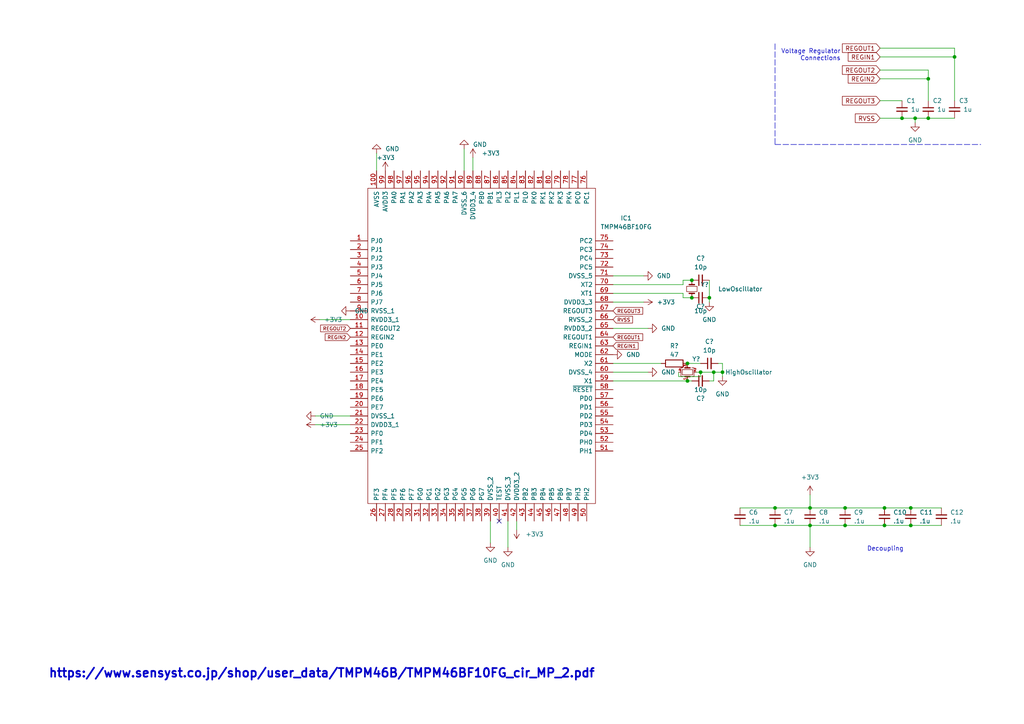
<source format=kicad_sch>
(kicad_sch (version 20211123) (generator eeschema)
  (paper "A4")
  (lib_symbols
    (symbol "Device:C_Small" (pin_numbers hide) (pin_names (offset 0.254) hide)
      (property "Reference" "C" (at 0.254 1.778 0))
      (property "Value" "C_Small" (at 0.254 -2.032 0))
      (symbol "C_Small_0_1"
        (polyline (pts (xy -1.524 -0.508) (xy 1.524 -0.508)) (stroke (width 0.3302)))
        (polyline (pts (xy -1.524 0.508) (xy 1.524 0.508)) (stroke (width 0.3048)))
      )
      (symbol "C_Small_1_1"
        (pin passive line (at 0 2.54 270) (length 2.032) (name "~") (number "1"))
        (pin passive line (at 0 -2.54 90) (length 2.032) (name "~") (number "2"))
      )
    )
    (symbol "Device:Crystal_GND24_Small" (pin_names (offset 1.016) hide)
      (property "Reference" "Y" (at 1.27 4.445 0))
      (property "Value" "Crystal_GND24_Small" (at 1.27 2.54 0))
      (symbol "Crystal_GND24_Small_0_1"
        (rectangle (start -0.762 -1.524) (end 0.762 1.524))
        (polyline (pts (xy -1.27 -0.762) (xy -1.27 0.762)) (stroke (width 0.381)))
        (polyline (pts (xy 1.27 -0.762) (xy 1.27 0.762)) (stroke (width 0.381)))
        (polyline (pts (xy -1.27 -1.27) (xy -1.27 -1.905) (xy 1.27 -1.905) (xy 1.27 -1.27)))
        (polyline (pts (xy -1.27 1.27) (xy -1.27 1.905) (xy 1.27 1.905) (xy 1.27 1.27)))
      )
      (symbol "Crystal_GND24_Small_1_1"
        (pin passive line (at -2.54 0 0) (length 1.27) (name "1") (number "1"))
        (pin passive line (at 0 -2.54 90) (length 0.635) (name "2") (number "2"))
        (pin passive line (at 2.54 0 180) (length 1.27) (name "3") (number "3"))
        (pin passive line (at 0 2.54 270) (length 0.635) (name "4") (number "4"))
      )
    )
    (symbol "Device:Crystal_Small" (pin_numbers hide) (pin_names (offset 1.016) hide)
      (property "Reference" "Y" (at 0 2.54 0))
      (property "Value" "Crystal_Small" (at 0 -2.54 0))
      (symbol "Crystal_Small_0_1"
        (rectangle (start -0.762 -1.524) (end 0.762 1.524))
        (polyline (pts (xy -1.27 -0.762) (xy -1.27 0.762)) (stroke (width 0.381)))
        (polyline (pts (xy 1.27 -0.762) (xy 1.27 0.762)) (stroke (width 0.381)))
      )
      (symbol "Crystal_Small_1_1"
        (pin passive line (at -2.54 0 0) (length 1.27) (name "1") (number "1"))
        (pin passive line (at 2.54 0 180) (length 1.27) (name "2") (number "2"))
      )
    )
    (symbol "Device:R" (pin_numbers hide) (pin_names (offset 0))
      (property "Reference" "R" (at 2.032 0 90))
      (property "Value" "R" (at 0 0 90))
      (symbol "R_0_1"
        (rectangle (start -1.016 -2.54) (end 1.016 2.54) (stroke (width 0.254)))
      )
      (symbol "R_1_1"
        (pin passive line (at 0 3.81 270) (length 1.27) (name "~") (number "1"))
        (pin passive line (at 0 -3.81 90) (length 1.27) (name "~") (number "2"))
      )
    )
    (symbol "MCU_ST_STM32F0:TMPM46BF10FG" (pin_names (offset 0.762))
      (property "Reference" "IC" (at 72.39 20.32 0))
      (property "Value" "TMPM46BF10FG" (at 72.39 17.78 0))
      (symbol "TMPM46BF10FG_0_0"
        (pin passive line (at 0 0 0) (length 5.08) (name "PJ0") (number "1"))
        (pin passive line (at 0 -22.86 0) (length 5.08) (name "RVDD3_1") (number "10"))
        (pin passive line (at 7.62 20.32 270) (length 5.08) (name "AVSS") (number "100"))
        (pin passive line (at 0 -25.4 0) (length 5.08) (name "REGOUT2") (number "11"))
        (pin passive line (at 0 -27.94 0) (length 5.08) (name "REGIN2") (number "12"))
        (pin passive line (at 0 -30.48 0) (length 5.08) (name "PE0") (number "13"))
        (pin passive line (at 0 -33.02 0) (length 5.08) (name "PE1") (number "14"))
        (pin passive line (at 0 -35.56 0) (length 5.08) (name "PE2") (number "15"))
        (pin passive line (at 0 -38.1 0) (length 5.08) (name "PE3") (number "16"))
        (pin passive line (at 0 -40.64 0) (length 5.08) (name "PE4") (number "17"))
        (pin passive line (at 0 -43.18 0) (length 5.08) (name "PE5") (number "18"))
        (pin passive line (at 0 -45.72 0) (length 5.08) (name "PE6") (number "19"))
        (pin passive line (at 0 -2.54 0) (length 5.08) (name "PJ1") (number "2"))
        (pin passive line (at 0 -48.26 0) (length 5.08) (name "PE7") (number "20"))
        (pin passive line (at 0 -50.8 0) (length 5.08) (name "DVSS_1") (number "21"))
        (pin passive line (at 0 -53.34 0) (length 5.08) (name "DVDD3_1") (number "22"))
        (pin passive line (at 0 -55.88 0) (length 5.08) (name "PF0") (number "23"))
        (pin passive line (at 0 -58.42 0) (length 5.08) (name "PF1") (number "24"))
        (pin passive line (at 0 -60.96 0) (length 5.08) (name "PF2") (number "25"))
        (pin passive line (at 7.62 -81.28 90) (length 5.08) (name "PF3") (number "26"))
        (pin passive line (at 10.16 -81.28 90) (length 5.08) (name "PF4") (number "27"))
        (pin passive line (at 12.7 -81.28 90) (length 5.08) (name "PF5") (number "28"))
        (pin passive line (at 15.24 -81.28 90) (length 5.08) (name "PF6") (number "29"))
        (pin passive line (at 0 -5.08 0) (length 5.08) (name "PJ2") (number "3"))
        (pin passive line (at 17.78 -81.28 90) (length 5.08) (name "PF7") (number "30"))
        (pin passive line (at 20.32 -81.28 90) (length 5.08) (name "PG0") (number "31"))
        (pin passive line (at 22.86 -81.28 90) (length 5.08) (name "PG1") (number "32"))
        (pin passive line (at 25.4 -81.28 90) (length 5.08) (name "PG2") (number "33"))
        (pin passive line (at 27.94 -81.28 90) (length 5.08) (name "PG3") (number "34"))
        (pin passive line (at 30.48 -81.28 90) (length 5.08) (name "PG4") (number "35"))
        (pin passive line (at 33.02 -81.28 90) (length 5.08) (name "PG5") (number "36"))
        (pin passive line (at 35.56 -81.28 90) (length 5.08) (name "PG6") (number "37"))
        (pin passive line (at 38.1 -81.28 90) (length 5.08) (name "PG7") (number "38"))
        (pin passive line (at 40.64 -81.28 90) (length 5.08) (name "DVSS_2") (number "39"))
        (pin passive line (at 0 -7.62 0) (length 5.08) (name "PJ3") (number "4"))
        (pin passive line (at 43.18 -81.28 90) (length 5.08) (name "TEST") (number "40"))
        (pin passive line (at 45.72 -81.28 90) (length 5.08) (name "DVSS_3") (number "41"))
        (pin passive line (at 48.26 -81.28 90) (length 5.08) (name "DVDD3_2") (number "42"))
        (pin passive line (at 50.8 -81.28 90) (length 5.08) (name "PB2") (number "43"))
        (pin passive line (at 53.34 -81.28 90) (length 5.08) (name "PB3") (number "44"))
        (pin passive line (at 55.88 -81.28 90) (length 5.08) (name "PB4") (number "45"))
        (pin passive line (at 58.42 -81.28 90) (length 5.08) (name "PB5") (number "46"))
        (pin passive line (at 60.96 -81.28 90) (length 5.08) (name "PB6") (number "47"))
        (pin passive line (at 63.5 -81.28 90) (length 5.08) (name "PB7") (number "48"))
        (pin passive line (at 66.04 -81.28 90) (length 5.08) (name "PH3") (number "49"))
        (pin passive line (at 0 -10.16 0) (length 5.08) (name "PJ4") (number "5"))
        (pin passive line (at 68.58 -81.28 90) (length 5.08) (name "PH2") (number "50"))
        (pin passive line (at 76.2 -60.96 180) (length 5.08) (name "PH1") (number "51"))
        (pin passive line (at 76.2 -58.42 180) (length 5.08) (name "PH0") (number "52"))
        (pin passive line (at 76.2 -55.88 180) (length 5.08) (name "PD4") (number "53"))
        (pin passive line (at 76.2 -53.34 180) (length 5.08) (name "PD3") (number "54"))
        (pin passive line (at 76.2 -50.8 180) (length 5.08) (name "PD2") (number "55"))
        (pin passive line (at 76.2 -48.26 180) (length 5.08) (name "PD1") (number "56"))
        (pin passive line (at 76.2 -45.72 180) (length 5.08) (name "PD0") (number "57"))
        (pin passive line (at 76.2 -43.18 180) (length 5.08) (name "~{RESET}") (number "58"))
        (pin passive line (at 76.2 -40.64 180) (length 5.08) (name "X1") (number "59"))
        (pin passive line (at 0 -12.7 0) (length 5.08) (name "PJ5") (number "6"))
        (pin passive line (at 76.2 -38.1 180) (length 5.08) (name "DVSS_4") (number "60"))
        (pin passive line (at 76.2 -35.56 180) (length 5.08) (name "X2") (number "61"))
        (pin passive line (at 76.2 -33.02 180) (length 5.08) (name "MODE") (number "62"))
        (pin passive line (at 76.2 -30.48 180) (length 5.08) (name "REGIN1") (number "63"))
        (pin passive line (at 76.2 -27.94 180) (length 5.08) (name "REGOUT1") (number "64"))
        (pin passive line (at 76.2 -25.4 180) (length 5.08) (name "RVDD3_2") (number "65"))
        (pin passive line (at 76.2 -22.86 180) (length 5.08) (name "RVSS_2") (number "66"))
        (pin passive line (at 76.2 -20.32 180) (length 5.08) (name "REGOUT3") (number "67"))
        (pin passive line (at 76.2 -17.78 180) (length 5.08) (name "DVDD3_3") (number "68"))
        (pin passive line (at 76.2 -15.24 180) (length 5.08) (name "XT1") (number "69"))
        (pin passive line (at 0 -15.24 0) (length 5.08) (name "PJ6") (number "7"))
        (pin passive line (at 76.2 -12.7 180) (length 5.08) (name "XT2") (number "70"))
        (pin passive line (at 76.2 -10.16 180) (length 5.08) (name "DVSS_5") (number "71"))
        (pin passive line (at 76.2 -7.62 180) (length 5.08) (name "PC5") (number "72"))
        (pin passive line (at 76.2 -5.08 180) (length 5.08) (name "PC4") (number "73"))
        (pin passive line (at 76.2 -2.54 180) (length 5.08) (name "PC3") (number "74"))
        (pin passive line (at 76.2 0 180) (length 5.08) (name "PC2") (number "75"))
        (pin passive line (at 68.58 20.32 270) (length 5.08) (name "PC1") (number "76"))
        (pin passive line (at 66.04 20.32 270) (length 5.08) (name "PC0") (number "77"))
        (pin passive line (at 63.5 20.32 270) (length 5.08) (name "PK4") (number "78"))
        (pin passive line (at 60.96 20.32 270) (length 5.08) (name "PK3") (number "79"))
        (pin passive line (at 0 -17.78 0) (length 5.08) (name "PJ7") (number "8"))
        (pin passive line (at 58.42 20.32 270) (length 5.08) (name "PK2") (number "80"))
        (pin passive line (at 55.88 20.32 270) (length 5.08) (name "PK1") (number "81"))
        (pin passive line (at 53.34 20.32 270) (length 5.08) (name "PK0") (number "82"))
        (pin passive line (at 50.8 20.32 270) (length 5.08) (name "PL0") (number "83"))
        (pin passive line (at 48.26 20.32 270) (length 5.08) (name "PL1") (number "84"))
        (pin passive line (at 45.72 20.32 270) (length 5.08) (name "PL2") (number "85"))
        (pin passive line (at 43.18 20.32 270) (length 5.08) (name "PL3") (number "86"))
        (pin passive line (at 40.64 20.32 270) (length 5.08) (name "PB1") (number "87"))
        (pin passive line (at 38.1 20.32 270) (length 5.08) (name "PB0") (number "88"))
        (pin passive line (at 35.56 20.32 270) (length 5.08) (name "DVDD3_4") (number "89"))
        (pin passive line (at 0 -20.32 0) (length 5.08) (name "RVSS_1") (number "9"))
        (pin passive line (at 33.02 20.32 270) (length 5.08) (name "DVSS_6") (number "90"))
        (pin passive line (at 30.48 20.32 270) (length 5.08) (name "PA7") (number "91"))
        (pin passive line (at 27.94 20.32 270) (length 5.08) (name "PA6") (number "92"))
        (pin passive line (at 25.4 20.32 270) (length 5.08) (name "PA5") (number "93"))
        (pin passive line (at 22.86 20.32 270) (length 5.08) (name "PA4") (number "94"))
        (pin passive line (at 20.32 20.32 270) (length 5.08) (name "PA3") (number "95"))
        (pin passive line (at 17.78 20.32 270) (length 5.08) (name "PA2") (number "96"))
        (pin passive line (at 15.24 20.32 270) (length 5.08) (name "PA1") (number "97"))
        (pin passive line (at 12.7 20.32 270) (length 5.08) (name "PA0") (number "98"))
        (pin passive line (at 10.16 20.32 270) (length 5.08) (name "AVDD3") (number "99"))
      )
      (symbol "TMPM46BF10FG_0_1"
        (polyline (pts (xy 5.08 15.24) (xy 71.12 15.24) (xy 71.12 -76.2) (xy 5.08 -76.2) (xy 5.08 15.24)) (stroke (width 0.1524)))
      )
    )
    (symbol "power:+3V3" (power) (pin_names (offset 0))
      (property "Value" "+3V3" (at 0 3.556 0))
      (symbol "+3V3_0_1"
        (polyline (pts (xy -0.762 1.27) (xy 0 2.54)))
        (polyline (pts (xy 0 0) (xy 0 2.54)))
        (polyline (pts (xy 0 2.54) (xy 0.762 1.27)))
      )
      (symbol "+3V3_1_1"
        (pin power_in line (at 0 0 90) (length 0) hide (name "+3V3") (number "1"))
      )
    )
    (symbol "power:GND" (power) (pin_names (offset 0))
      (property "Value" "GND" (at 0 -3.81 0))
      (symbol "GND_0_1"
        (polyline (pts (xy 0 0) (xy 0 -1.27) (xy 1.27 -1.27) (xy 0 -2.54) (xy -1.27 -1.27) (xy 0 -1.27)))
      )
      (symbol "GND_1_1"
        (pin power_in line (at 0 0 270) (length 0) hide (name "GND") (number "1"))
      )
    )
  )
  (junction (at 207.01 107.95))
  (junction (at 199.39 105.41))
  (junction (at 234.95 147.32))
  (junction (at 256.54 152.4))
  (junction (at 205.74 86.36))
  (junction (at 224.79 147.32))
  (junction (at 224.79 152.4))
  (junction (at 261.62 34.29))
  (junction (at 199.39 110.49))
  (junction (at 203.2 107.95))
  (junction (at 269.24 34.29))
  (junction (at 200.66 81.28))
  (junction (at 234.95 152.4))
  (junction (at 245.11 147.32))
  (junction (at 200.66 86.36))
  (junction (at 264.16 147.32))
  (junction (at 256.54 147.32))
  (junction (at 269.24 22.86))
  (junction (at 276.86 16.51))
  (junction (at 209.55 107.95))
  (junction (at 245.11 152.4))
  (junction (at 264.16 152.4))
  (junction (at 265.43 34.29))
  (no_connect (at 144.78 151.13))
  (wire (pts (xy 196.85 107.95) (xy 196.85 109.22)))
  (wire (pts (xy 91.44 123.19) (xy 101.6 123.19)))
  (wire (pts (xy 245.11 147.32) (xy 256.54 147.32)))
  (wire (pts (xy 255.27 29.21) (xy 261.62 29.21)))
  (wire (pts (xy 198.12 85.09) (xy 198.12 86.36)))
  (wire (pts (xy 265.43 34.29) (xy 265.43 35.56)))
  (wire (pts (xy 209.55 107.95) (xy 209.55 109.22)))
  (wire (pts (xy 264.16 152.4) (xy 273.05 152.4)))
  (wire (pts (xy 177.8 105.41) (xy 191.77 105.41)))
  (wire (pts (xy 198.12 86.36) (xy 200.66 86.36)))
  (wire (pts (xy 91.44 120.65) (xy 101.6 120.65)))
  (wire (pts (xy 205.74 86.36) (xy 205.74 87.63)))
  (wire (pts (xy 109.22 44.45) (xy 109.22 49.53)))
  (wire (pts (xy 269.24 34.29) (xy 276.86 34.29)))
  (wire (pts (xy 256.54 147.32) (xy 264.16 147.32)))
  (wire (pts (xy 234.95 152.4) (xy 245.11 152.4)))
  (wire (pts (xy 264.16 147.32) (xy 273.05 147.32)))
  (wire (pts (xy 205.74 110.49) (xy 207.01 110.49)))
  (wire (pts (xy 199.39 110.49) (xy 200.66 110.49)))
  (wire (pts (xy 149.86 151.13) (xy 149.86 153.67)))
  (wire (pts (xy 205.74 81.28) (xy 205.74 86.36)))
  (wire (pts (xy 255.27 34.29) (xy 261.62 34.29)))
  (wire (pts (xy 224.79 147.32) (xy 234.95 147.32)))
  (wire (pts (xy 92.71 92.71) (xy 101.6 92.71)))
  (wire (pts (xy 214.63 152.4) (xy 224.79 152.4)))
  (wire (pts (xy 255.27 20.32) (xy 269.24 20.32)))
  (wire (pts (xy 276.86 16.51) (xy 276.86 29.21)))
  (wire (pts (xy 209.55 105.41) (xy 209.55 107.95)))
  (wire (pts (xy 255.27 22.86) (xy 269.24 22.86)))
  (wire (pts (xy 147.32 151.13) (xy 147.32 158.75)))
  (wire (pts (xy 269.24 20.32) (xy 269.24 22.86)))
  (wire (pts (xy 142.24 151.13) (xy 142.24 157.48)))
  (wire (pts (xy 198.12 82.55) (xy 198.12 81.28)))
  (polyline (pts (xy 224.79 41.91) (xy 284.48 41.91)))
  (wire (pts (xy 207.01 107.95) (xy 209.55 107.95)))
  (wire (pts (xy 177.8 95.25) (xy 187.96 95.25)))
  (wire (pts (xy 203.2 109.22) (xy 203.2 107.95)))
  (wire (pts (xy 234.95 143.51) (xy 234.95 147.32)))
  (wire (pts (xy 265.43 34.29) (xy 269.24 34.29)))
  (wire (pts (xy 203.2 107.95) (xy 207.01 107.95)))
  (wire (pts (xy 234.95 147.32) (xy 245.11 147.32)))
  (wire (pts (xy 276.86 13.97) (xy 276.86 16.51)))
  (wire (pts (xy 255.27 16.51) (xy 276.86 16.51)))
  (wire (pts (xy 137.16 45.72) (xy 137.16 49.53)))
  (polyline (pts (xy 224.79 12.7) (xy 224.79 41.91)))
  (wire (pts (xy 234.95 152.4) (xy 234.95 158.75)))
  (wire (pts (xy 196.85 109.22) (xy 203.2 109.22)))
  (wire (pts (xy 245.11 152.4) (xy 256.54 152.4)))
  (wire (pts (xy 261.62 34.29) (xy 265.43 34.29)))
  (wire (pts (xy 177.8 82.55) (xy 198.12 82.55)))
  (wire (pts (xy 177.8 110.49) (xy 199.39 110.49)))
  (wire (pts (xy 177.8 87.63) (xy 186.69 87.63)))
  (wire (pts (xy 256.54 152.4) (xy 264.16 152.4)))
  (wire (pts (xy 255.27 13.97) (xy 276.86 13.97)))
  (wire (pts (xy 199.39 105.41) (xy 203.2 105.41)))
  (wire (pts (xy 207.01 110.49) (xy 207.01 107.95)))
  (wire (pts (xy 224.79 152.4) (xy 234.95 152.4)))
  (wire (pts (xy 203.2 107.95) (xy 201.93 107.95)))
  (wire (pts (xy 134.62 43.18) (xy 134.62 49.53)))
  (wire (pts (xy 177.8 85.09) (xy 198.12 85.09)))
  (wire (pts (xy 269.24 22.86) (xy 269.24 29.21)))
  (wire (pts (xy 208.28 105.41) (xy 209.55 105.41)))
  (wire (pts (xy 198.12 81.28) (xy 200.66 81.28)))
  (wire (pts (xy 177.8 107.95) (xy 187.96 107.95)))
  (wire (pts (xy 177.8 80.01) (xy 186.69 80.01)))
  (wire (pts (xy 214.63 147.32) (xy 224.79 147.32)))
  (text "https://www.sensyst.co.jp/shop/user_data/TMPM46B/TMPM46BF10FG_cir_MP_2.pdf" (at 13.97 196.85 0) (effects (font (size 2.5 2.5) (thickness 0.5) bold) (justify left bottom)))
  (text "Voltage Regulator\nConnections\n" (at 243.84 17.78 180) (effects (font (size 1.27 1.27)) (justify right bottom)))
  (text "Decoupling" (at 251.46 160.02 0) (effects (font (size 1.27 1.27)) (justify left bottom)))
  (global_label "REGOUT3" (shape input) (at 177.8 90.17 0) (effects (font (size 1 1))) (property "Intersheet References" "${INTERSHEET_REFS}" (effects hide)))
  (global_label "REGIN2" (shape input) (at 101.6 97.79 180) (effects (font (size 1 1))) (property "Intersheet References" "${INTERSHEET_REFS}" (effects hide)))
  (global_label "RVSS" (shape input) (at 177.8 92.71 0) (effects (font (size 1 1))) (property "Intersheet References" "${INTERSHEET_REFS}" (effects hide)))
  (global_label "REGIN1" (shape input) (at 255.27 16.51 180) (property "Intersheet References" "${INTERSHEET_REFS}" (effects hide)))
  (global_label "REGOUT2" (shape input) (at 255.27 20.32 180) (property "Intersheet References" "${INTERSHEET_REFS}" (effects hide)))
  (global_label "REGOUT2" (shape input) (at 101.6 95.25 180) (effects (font (size 1 1))) (property "Intersheet References" "${INTERSHEET_REFS}" (effects hide)))
  (global_label "REGIN1" (shape input) (at 177.8 100.33 0) (effects (font (size 1 1))) (property "Intersheet References" "${INTERSHEET_REFS}" (effects hide)))
  (global_label "REGOUT1" (shape input) (at 255.27 13.97 180) (property "Intersheet References" "${INTERSHEET_REFS}" (effects hide)))
  (global_label "REGOUT1" (shape input) (at 177.8 97.79 0) (effects (font (size 1 1))) (property "Intersheet References" "${INTERSHEET_REFS}" (effects hide)))
  (global_label "RVSS" (shape input) (at 255.27 34.29 180) (property "Intersheet References" "${INTERSHEET_REFS}" (effects hide)))
  (global_label "REGIN2" (shape input) (at 255.27 22.86 180) (property "Intersheet References" "${INTERSHEET_REFS}" (effects hide)))
  (global_label "REGOUT3" (shape input) (at 255.27 29.21 180) (property "Intersheet References" "${INTERSHEET_REFS}" (effects hide)))
  (symbol (lib_id "power:GND") (at 109.22 44.45 180) (unit 1)
    (property "Reference" "#PWR05" (effects hide))
    (property "Value" "GND" (at 111.76 43.1799 0) (effects (justify right)))
  )
  (symbol (lib_id "power:+3V3") (at 234.95 143.51 0) (unit 1)
    (property "Reference" "#PWR017" (effects hide))
    (property "Value" "+3V3" (at 234.95 138.43 0))
  )
  (symbol (lib_id "MCU_ST_STM32F0:TMPM46BF10FG") (at 101.6 69.85 0) (unit 1)
    (property "Reference" "IC1" (at 181.61 63.2712 0))
    (property "Value" "TMPM46BF10FG" (at 181.61 65.8112 0))
    (property "Footprint" "Package_DFN_QFN:TMPM_Custom_Footprint" (effects hide))
    (property "Datasheet" "https://toshiba.semicon-storage.com/info/docget.jsp?did=30740&prodName=TMPM46BF10FG" (effects hide))
    (property "Description" "ARM Microcontrollers - MCU 32bit ARM Cortex-M4F 1024KB ROM 514KB RA" (effects hide))
    (property "Height" "1.7" (effects hide))
    (property "Mouser Part Number" "757-TMPM46BF10FG" (effects hide))
    (property "Mouser Price/Stock" "https://www.mouser.co.uk/ProductDetail/Toshiba/TMPM46BF10FG?qs=wd5RIQLrsJi6ktKViwPiDg%3D%3D" (effects hide))
    (property "Manufacturer_Name" "Toshiba" (effects hide))
    (property "Manufacturer_Part_Number" "TMPM46BF10FG" (effects hide))
  )
  (symbol (lib_id "Device:C_Small") (at 256.54 149.86 0) (unit 1)
    (property "Reference" "C10" (at 259.08 148.5962 0) (effects (justify left)))
    (property "Value" ".1u" (at 259.08 151.1362 0) (effects (justify left)))
  )
  (symbol (lib_id "Device:C_Small") (at 224.79 149.86 0) (unit 1)
    (property "Reference" "C7" (at 227.33 148.5962 0) (effects (justify left)))
    (property "Value" ".1u" (at 227.33 151.1362 0) (effects (justify left)))
  )
  (symbol (lib_id "Device:C_Small") (at 214.63 149.86 0) (unit 1)
    (property "Reference" "C6" (at 217.17 148.5962 0) (effects (justify left)))
    (property "Value" ".1u" (at 217.17 151.1362 0) (effects (justify left)))
  )
  (symbol (lib_id "power:GND") (at 209.55 109.22 0) (unit 1)
    (property "Reference" "#PWR?" (effects hide))
    (property "Value" "GND" (at 209.55 114.3 0))
  )
  (symbol (lib_id "Device:C_Small") (at 205.74 105.41 90) (unit 1)
    (property "Reference" "C?" (at 205.7463 99.06 90))
    (property "Value" "10p" (at 205.7463 101.6 90))
  )
  (symbol (lib_id "power:GND") (at 91.44 120.65 270) (unit 1)
    (property "Reference" "#PWR01" (effects hide))
    (property "Value" "GND" (at 92.71 120.6499 90) (effects (justify left)))
  )
  (symbol (lib_id "Device:C_Small") (at 234.95 149.86 0) (unit 1)
    (property "Reference" "C8" (at 237.49 148.5962 0) (effects (justify left)))
    (property "Value" ".1u" (at 237.49 151.1362 0) (effects (justify left)))
  )
  (symbol (lib_id "power:GND") (at 265.43 35.56 0) (unit 1)
    (property "Reference" "#PWR0101" (effects hide))
    (property "Value" "GND" (at 265.43 40.64 0))
  )
  (symbol (lib_id "power:GND") (at 205.74 87.63 0) (unit 1)
    (property "Reference" "#PWR?" (effects hide))
    (property "Value" "GND" (at 205.74 92.71 0))
  )
  (symbol (lib_id "Device:Crystal_Small") (at 200.66 83.82 90) (unit 1)
    (property "Reference" "Y?" (at 203.2 82.5499 90) (effects (justify right)))
    (property "Value" "LowOscillator" (at 208.28 83.82 90) (effects (justify right)))
  )
  (symbol (lib_id "power:+3V3") (at 137.16 45.72 0) (unit 1)
    (property "Reference" "#PWR07" (effects hide))
    (property "Value" "+3V3" (at 139.7 44.4499 0) (effects (justify left)))
  )
  (symbol (lib_id "power:GND") (at 187.96 107.95 90) (unit 1)
    (property "Reference" "#PWR014" (effects hide))
    (property "Value" "GND" (at 191.77 107.9499 90) (effects (justify right)))
  )
  (symbol (lib_id "power:+3V3") (at 111.76 49.53 0) (unit 1)
    (property "Reference" "#PWR?" (effects hide))
    (property "Value" "+3V3" (at 109.22 45.72 0) (effects (justify left)))
  )
  (symbol (lib_id "power:GND") (at 177.8 102.87 90) (unit 1)
    (property "Reference" "#PWR?" (effects hide))
    (property "Value" "GND" (at 181.61 102.8699 90) (effects (justify right)))
  )
  (symbol (lib_id "power:GND") (at 147.32 158.75 0) (unit 1)
    (property "Reference" "#PWR09" (effects hide))
    (property "Value" "GND" (at 147.32 163.83 0))
  )
  (symbol (lib_id "Device:C_Small") (at 264.16 149.86 0) (unit 1)
    (property "Reference" "C11" (at 266.7 148.5962 0) (effects (justify left)))
    (property "Value" ".1u" (at 266.7 151.1362 0) (effects (justify left)))
  )
  (symbol (lib_id "Device:C_Small") (at 203.2 81.28 90) (unit 1)
    (property "Reference" "C?" (at 203.2063 74.93 90))
    (property "Value" "10p" (at 203.2063 77.47 90))
  )
  (symbol (lib_id "Device:C_Small") (at 203.2 86.36 90) (unit 1)
    (property "Reference" "C?" (at 203.2 88.9 90))
    (property "Value" "10p" (at 203.2 90.17 90))
  )
  (symbol (lib_id "power:GND") (at 142.24 157.48 0) (unit 1)
    (property "Reference" "#PWR08" (effects hide))
    (property "Value" "GND" (at 142.24 162.56 0))
  )
  (symbol (lib_id "Device:C_Small") (at 276.86 31.75 0) (unit 1)
    (property "Reference" "C3" (at 278.13 29.21 0) (effects (justify left)))
    (property "Value" "1u" (at 279.4 31.75 0) (effects (justify left)))
    (property "Footprint" "Capacitor_SMD:C_0805_2012Metric" (effects hide))
  )
  (symbol (lib_id "power:GND") (at 134.62 43.18 180) (unit 1)
    (property "Reference" "#PWR06" (effects hide))
    (property "Value" "GND" (at 137.16 41.9099 0) (effects (justify right)))
  )
  (symbol (lib_id "power:GND") (at 186.69 80.01 90) (unit 1)
    (property "Reference" "#PWR011" (effects hide))
    (property "Value" "GND" (at 190.5 80.0099 90) (effects (justify right)))
  )
  (symbol (lib_id "power:GND") (at 187.96 95.25 90) (unit 1)
    (property "Reference" "#PWR013" (effects hide))
    (property "Value" "GND" (at 191.77 95.2499 90) (effects (justify right)))
  )
  (symbol (lib_id "power:+3V3") (at 92.71 92.71 90) (unit 1)
    (property "Reference" "#PWR03" (effects hide))
    (property "Value" "+3V3" (at 93.98 92.7099 90) (effects (justify right)))
  )
  (symbol (lib_id "Device:C_Small") (at 261.62 31.75 0) (unit 1)
    (property "Reference" "C1" (at 262.89 29.21 0) (effects (justify left)))
    (property "Value" "1u" (at 264.16 31.75 0) (effects (justify left)))
    (property "Footprint" "Capacitor_SMD:C_0805_2012Metric" (effects hide))
  )
  (symbol (lib_id "Device:C_Small") (at 203.2 110.49 90) (unit 1)
    (property "Reference" "C?" (at 203.2 115.57 90))
    (property "Value" "10p" (at 203.2 113.03 90))
  )
  (symbol (lib_id "power:GND") (at 234.95 158.75 0) (unit 1)
    (property "Reference" "#PWR018" (effects hide))
    (property "Value" "GND" (at 234.95 163.83 0))
  )
  (symbol (lib_id "Device:C_Small") (at 269.24 31.75 0) (unit 1)
    (property "Reference" "C2" (at 270.51 29.21 0) (effects (justify left)))
    (property "Value" "1u" (at 271.78 31.75 0) (effects (justify left)))
    (property "Footprint" "Capacitor_SMD:C_0805_2012Metric" (effects hide))
  )
  (symbol (lib_id "power:+3V3") (at 149.86 153.67 180) (unit 1)
    (property "Reference" "#PWR010" (effects hide))
    (property "Value" "+3V3" (at 152.4 154.9399 0) (effects (justify right)))
  )
  (symbol (lib_id "power:+3V3") (at 186.69 87.63 270) (unit 1)
    (property "Reference" "#PWR012" (effects hide))
    (property "Value" "+3V3" (at 190.5 87.6299 90) (effects (justify left)))
  )
  (symbol (lib_id "power:+3V3") (at 91.44 123.19 90) (unit 1)
    (property "Reference" "#PWR02" (effects hide))
    (property "Value" "+3V3" (at 92.71 123.1899 90) (effects (justify right)))
  )
  (symbol (lib_id "Device:C_Small") (at 245.11 149.86 0) (unit 1)
    (property "Reference" "C9" (at 247.65 148.5962 0) (effects (justify left)))
    (property "Value" ".1u" (at 247.65 151.1362 0) (effects (justify left)))
  )
  (symbol (lib_id "Device:Crystal_GND24_Small") (at 199.39 107.95 90) (unit 1)
    (property "Reference" "Y?" (at 201.93 104.14 90))
    (property "Value" "HighOscillator" (at 217.17 107.95 90))
    (property "Datasheet" "https://www.mouser.com/datasheet/2/40/cx2016sa_e-2936404.pdf" (effects hide))
  )
  (symbol (lib_id "Device:R") (at 195.58 105.41 90) (unit 1)
    (property "Reference" "R?" (at 195.58 100.33 90))
    (property "Value" "47" (at 195.58 102.87 90))
  )
  (symbol (lib_id "Device:C_Small") (at 273.05 149.86 0) (unit 1)
    (property "Reference" "C12" (at 275.59 148.5962 0) (effects (justify left)))
    (property "Value" ".1u" (at 275.59 151.1362 0) (effects (justify left)))
  )
  (symbol (lib_id "power:GND") (at 101.6 90.17 270) (unit 1)
    (property "Reference" "#PWR04" (effects hide))
    (property "Value" "GND" (at 102.87 90.1699 90) (effects (justify left)))
  )
)
</source>
